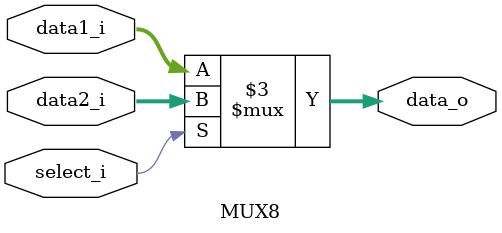
<source format=v>
module MUX8 // mux8
(
   data1_i,
   data2_i,
   select_i,
   data_o
);

// Ports
input	[7:0]		data1_i;
input	[7:0]		data2_i;
input				select_i;  // aka isstall_i
output 	[7:0]		data_o;

// Wires & Registers
reg		[7:0]		data_o;


always@(*) begin
    if(select_i) begin 
        data_o = data2_i; 
    end
    else begin 
		data_o = data1_i; 
    end
end

endmodule
</source>
